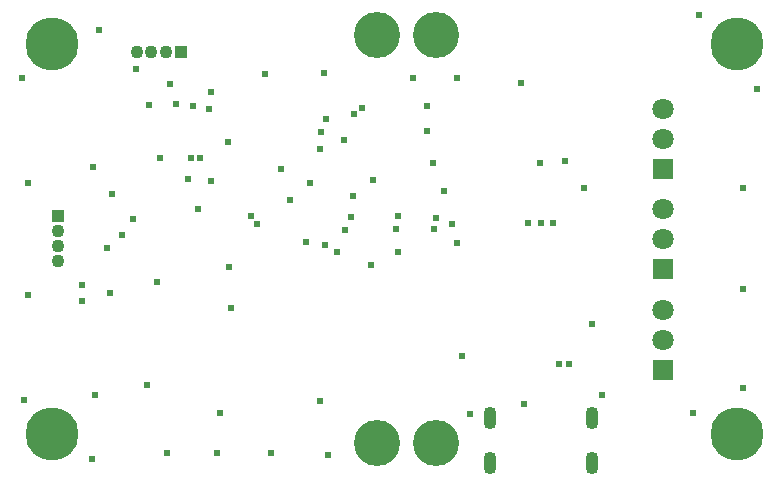
<source format=gbs>
G04 Layer: BottomSolderMaskLayer*
G04 EasyEDA Pro v2.1.40, 2023-11-27 11:39:20*
G04 Gerber Generator version 0.3*
G04 Scale: 100 percent, Rotated: No, Reflected: No*
G04 Dimensions in millimeters*
G04 Leading zeros omitted, absolute positions, 3 integers and 5 decimals*
%FSLAX35Y35*%
%MOMM*%
%AMRoundRect*1,1,$1,$2,$3*1,1,$1,$4,$5*1,1,$1,0-$2,0-$3*1,1,$1,0-$4,0-$5*20,1,$1,$2,$3,$4,$5,0*20,1,$1,$4,$5,0-$2,0-$3,0*20,1,$1,0-$2,0-$3,0-$4,0-$5,0*20,1,$1,0-$4,0-$5,$2,$3,0*4,1,4,$2,$3,$4,$5,0-$2,0-$3,0-$4,0-$5,$2,$3,0*%
%ADD10R,1.8X1.8*%
%ADD11C,1.8*%
%ADD12C,3.90002*%
%ADD13O,1.1X1.9*%
%ADD14RoundRect,0.09169X0.50417X-0.50417X-0.50417X-0.50417*%
%ADD15C,1.10002*%
%ADD16RoundRect,0.09169X0.50417X0.50417X0.50417X-0.50417*%
%ADD17C,4.5*%
%ADD18C,0.61*%
G75*


G04 Pad Start*
G54D10*
G01X5566000Y-1454000D03*
G54D11*
G01X5566000Y-1200000D03*
G01X5566000Y-946000D03*
G54D12*
G01X3150001Y-3775000D03*
G01X3650000Y-3775000D03*
G01X3150001Y-325000D03*
G01X3650000Y-325000D03*
G54D13*
G01X4969202Y-3946257D03*
G01X4105221Y-3946257D03*
G01X4969202Y-3566248D03*
G01X4105221Y-3566248D03*
G54D10*
G01X5566040Y-3154001D03*
G54D11*
G01X5566040Y-2900001D03*
G01X5566040Y-2646001D03*
G54D10*
G01X5566040Y-2304000D03*
G54D11*
G01X5566040Y-2050000D03*
G01X5566040Y-1796000D03*
G54D14*
G01X1487505Y-462688D03*
G54D15*
G01X1362512Y-462690D03*
G01X1237493Y-462690D03*
G01X1112499Y-462690D03*
G54D16*
G01X451124Y-1856517D03*
G54D15*
G01X451127Y-1981511D03*
G01X451127Y-2106529D03*
G01X451127Y-2231523D03*
G04 Pad End*

G04 Via Start*
G54D17*
G01X400000Y-400000D03*
G01X6200000Y-400000D03*
G01X400000Y-3700000D03*
G01X6200000Y-3700000D03*
G54D18*
G01X1082040Y-1879941D03*
G01X993140Y-2016760D03*
G01X2880360Y-1968500D03*
G01X1310640Y-1358900D03*
G01X2931160Y-1864360D03*
G01X1651000Y-1358900D03*
G01X1727200Y-949960D03*
G01X1889760Y-1226820D03*
G01X2578100Y-1574800D03*
G01X1915160Y-2633980D03*
G01X2547620Y-2077720D03*
G01X2870200Y-1209040D03*
G01X2669540Y-1290320D03*
G01X858520Y-2128520D03*
G01X2085340Y-1851660D03*
G01X889000Y-2506980D03*
G01X2133600Y-1917700D03*
G01X3647440Y-1874520D03*
G01X3327400Y-1851660D03*
G01X3634740Y-1965960D03*
G01X3309620Y-1960880D03*
G01X3779520Y-1920240D03*
G01X2710180Y-2098040D03*
G01X3827780Y-2085340D03*
G01X3329940Y-2159000D03*
G01X2720340Y-1028700D03*
G01X1399540Y-734060D03*
G01X647700Y-2573020D03*
G01X647700Y-2438400D03*
G01X1198880Y-3281680D03*
G01X901700Y-1671320D03*
G01X1544320Y-1544320D03*
G01X1107440Y-612140D03*
G01X1630680Y-1793240D03*
G01X2410460Y-1714500D03*
G01X2339340Y-1452880D03*
G01X3111500Y-1546860D03*
G01X4691380Y-3108960D03*
G01X4777070Y-3108960D03*
G01X4427220Y-1910000D03*
G01X4536440Y-1910000D03*
G01X4640580Y-1910000D03*
G01X5057140Y-3368040D03*
G01X4899660Y-1615440D03*
G01X4739640Y-1386840D03*
G01X4371340Y-728980D03*
G01X3622040Y-1407160D03*
G01X3573780Y-1137920D03*
G01X4524632Y-1407160D03*
G01X3570993Y-924128D03*
G01X2676912Y-1138877D03*
G01X1894840Y-2288540D03*
G01X2811780Y-2159000D03*
G01X3093720Y-2268220D03*
G01X2943860Y-1681480D03*
G01X1445260Y-901700D03*
G01X1214120Y-911860D03*
G01X1572260Y-1358900D03*
G01X1587500Y-922020D03*
G01X1744980Y-802640D03*
G01X2954020Y-990600D03*
G01X2199640Y-647700D03*
G01X3025140Y-937260D03*
G01X2697480Y-645160D03*
G01X4389120Y-3444240D03*
G01X736600Y-3909060D03*
G01X162560Y-3413760D03*
G01X797560Y-279400D03*
G01X144780Y-683260D03*
G01X3454562Y-683260D03*
G01X3825240Y-688340D03*
G01X6362700Y-779780D03*
G01X6245860Y-3312160D03*
G01X5824220Y-3525520D03*
G01X5875020Y-149860D03*
G01X2733040Y-3881120D03*
G01X3939540Y-3530600D03*
G01X741680Y-1437640D03*
G01X195580Y-2524760D03*
G01X195580Y-1573076D03*
G01X3865347Y-3041661D03*
G01X4968240Y-2766060D03*
G01X1288094Y-2415799D03*
G01X1366247Y-3857954D03*
G01X2251640Y-3857954D03*
G01X2661920Y-3423920D03*
G01X1816100Y-3520440D03*
G01X764540Y-3373120D03*
G01X3718560Y-1645920D03*
G01X1744980Y-1557020D03*
G01X1795780Y-3863340D03*
G01X6245860Y-2473427D03*
G01X6245860Y-1618094D03*
G04 Via End*

M02*

</source>
